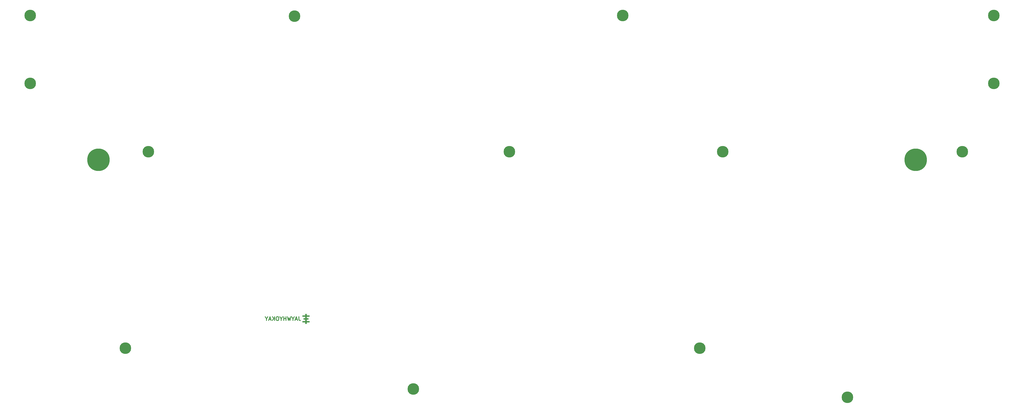
<source format=gbr>
%TF.GenerationSoftware,KiCad,Pcbnew,(5.1.6)-1*%
%TF.CreationDate,2020-06-23T22:59:26-07:00*%
%TF.ProjectId,factorium-bottom,66616374-6f72-4697-956d-2d626f74746f,rev?*%
%TF.SameCoordinates,Original*%
%TF.FileFunction,Soldermask,Bot*%
%TF.FilePolarity,Negative*%
%FSLAX46Y46*%
G04 Gerber Fmt 4.6, Leading zero omitted, Abs format (unit mm)*
G04 Created by KiCad (PCBNEW (5.1.6)-1) date 2020-06-23 22:59:26*
%MOMM*%
%LPD*%
G01*
G04 APERTURE LIST*
%ADD10C,0.300000*%
%ADD11C,0.010000*%
%ADD12C,4.500000*%
%ADD13C,8.700000*%
G04 APERTURE END LIST*
D10*
X213188571Y-216348571D02*
X213188571Y-217420000D01*
X213260000Y-217634285D01*
X213402857Y-217777142D01*
X213617142Y-217848571D01*
X213760000Y-217848571D01*
X212545714Y-217420000D02*
X211831428Y-217420000D01*
X212688571Y-217848571D02*
X212188571Y-216348571D01*
X211688571Y-217848571D01*
X210902857Y-217134285D02*
X210902857Y-217848571D01*
X211402857Y-216348571D02*
X210902857Y-217134285D01*
X210402857Y-216348571D01*
X210045714Y-216348571D02*
X209688571Y-217848571D01*
X209402857Y-216777142D01*
X209117142Y-217848571D01*
X208760000Y-216348571D01*
X208188571Y-217848571D02*
X208188571Y-216348571D01*
X208188571Y-217062857D02*
X207331428Y-217062857D01*
X207331428Y-217848571D02*
X207331428Y-216348571D01*
X206331428Y-217134285D02*
X206331428Y-217848571D01*
X206831428Y-216348571D02*
X206331428Y-217134285D01*
X205831428Y-216348571D01*
X205045714Y-216348571D02*
X204760000Y-216348571D01*
X204617142Y-216420000D01*
X204474285Y-216562857D01*
X204402857Y-216848571D01*
X204402857Y-217348571D01*
X204474285Y-217634285D01*
X204617142Y-217777142D01*
X204760000Y-217848571D01*
X205045714Y-217848571D01*
X205188571Y-217777142D01*
X205331428Y-217634285D01*
X205402857Y-217348571D01*
X205402857Y-216848571D01*
X205331428Y-216562857D01*
X205188571Y-216420000D01*
X205045714Y-216348571D01*
X203760000Y-217848571D02*
X203760000Y-216348571D01*
X202902857Y-217848571D02*
X203545714Y-216991428D01*
X202902857Y-216348571D02*
X203760000Y-217205714D01*
X202331428Y-217420000D02*
X201617142Y-217420000D01*
X202474285Y-217848571D02*
X201974285Y-216348571D01*
X201474285Y-217848571D01*
X200688571Y-217134285D02*
X200688571Y-217848571D01*
X201188571Y-216348571D02*
X200688571Y-217134285D01*
X200188571Y-216348571D01*
D11*
%TO.C,G\u002A\u002A\u002A*%
G36*
X216120134Y-218490919D02*
G01*
X216689517Y-218488742D01*
X217258900Y-218486566D01*
X217258900Y-218080166D01*
X216120134Y-218075814D01*
X216120134Y-217415533D01*
X216839801Y-217415533D01*
X216839801Y-216983733D01*
X216120134Y-216983733D01*
X216120134Y-216306519D01*
X216689517Y-216304342D01*
X217258900Y-216302166D01*
X217261163Y-216088383D01*
X217263425Y-215874600D01*
X216120134Y-215874600D01*
X216120134Y-215256533D01*
X215679867Y-215256533D01*
X215679867Y-215874600D01*
X214545334Y-215874600D01*
X214545334Y-216306399D01*
X215679867Y-216306399D01*
X215679867Y-216983733D01*
X214968667Y-216983733D01*
X214968667Y-217415533D01*
X215679867Y-217415533D01*
X215679867Y-218075933D01*
X214545334Y-218075933D01*
X214545334Y-218490799D01*
X215679648Y-218490799D01*
X215684100Y-219079233D01*
X215902117Y-219081492D01*
X216120134Y-219083752D01*
X216120134Y-218490919D01*
G37*
X216120134Y-218490919D02*
X216689517Y-218488742D01*
X217258900Y-218486566D01*
X217258900Y-218080166D01*
X216120134Y-218075814D01*
X216120134Y-217415533D01*
X216839801Y-217415533D01*
X216839801Y-216983733D01*
X216120134Y-216983733D01*
X216120134Y-216306519D01*
X216689517Y-216304342D01*
X217258900Y-216302166D01*
X217261163Y-216088383D01*
X217263425Y-215874600D01*
X216120134Y-215874600D01*
X216120134Y-215256533D01*
X215679867Y-215256533D01*
X215679867Y-215874600D01*
X214545334Y-215874600D01*
X214545334Y-216306399D01*
X215679867Y-216306399D01*
X215679867Y-216983733D01*
X214968667Y-216983733D01*
X214968667Y-217415533D01*
X215679867Y-217415533D01*
X215679867Y-218075933D01*
X214545334Y-218075933D01*
X214545334Y-218490799D01*
X215679648Y-218490799D01*
X215684100Y-219079233D01*
X215902117Y-219081492D01*
X216120134Y-219083752D01*
X216120134Y-218490919D01*
%TD*%
D12*
%TO.C,REF\u002A\u002A*%
X154940000Y-152400000D03*
%TD*%
D13*
%TO.C,REF\u002A\u002A*%
X135670600Y-155473400D03*
%TD*%
%TO.C,REF\u002A\u002A*%
X451900600Y-155473400D03*
%TD*%
D12*
%TO.C,REF\u002A\u002A*%
X482123750Y-125888750D03*
%TD*%
%TO.C,REF\u002A\u002A*%
X338455000Y-99536250D03*
%TD*%
%TO.C,REF\u002A\u002A*%
X257489595Y-244428110D03*
%TD*%
%TO.C,REF\u002A\u002A*%
X482123750Y-99536250D03*
%TD*%
%TO.C,REF\u002A\u002A*%
X109220000Y-125888750D03*
%TD*%
%TO.C,REF\u002A\u002A*%
X109220000Y-99536250D03*
%TD*%
%TO.C,REF\u002A\u002A*%
X146050000Y-228600000D03*
%TD*%
%TO.C,REF\u002A\u002A*%
X425450000Y-247650000D03*
%TD*%
%TO.C,REF\u002A\u002A*%
X294640000Y-152400000D03*
%TD*%
%TO.C,REF\u002A\u002A*%
X368300000Y-228600000D03*
%TD*%
%TO.C,REF\u002A\u002A*%
X211455000Y-99811251D03*
%TD*%
%TO.C,REF\u002A\u002A*%
X469900000Y-152400000D03*
%TD*%
%TO.C,H1*%
X377190000Y-152400000D03*
%TD*%
M02*

</source>
